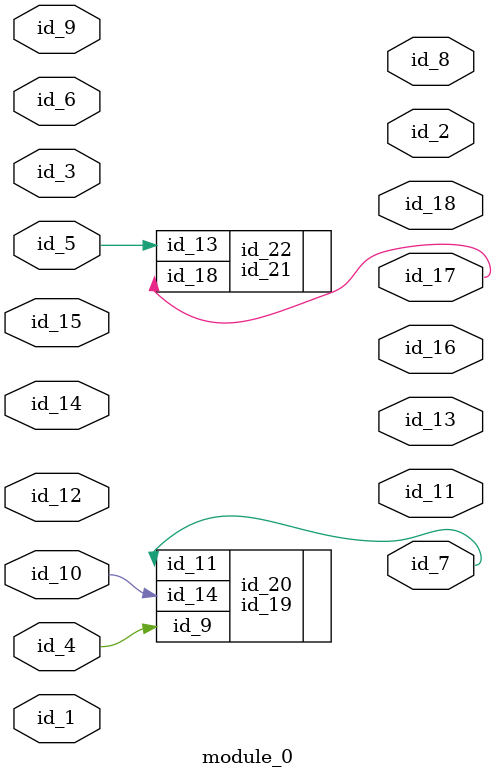
<source format=v>
module module_0 (
    id_1,
    id_2,
    id_3,
    id_4,
    id_5,
    id_6,
    id_7,
    id_8,
    id_9,
    id_10,
    id_11,
    id_12,
    id_13,
    id_14,
    id_15,
    id_16,
    id_17,
    id_18
);
  output id_18;
  output id_17;
  output id_16;
  input id_15;
  input id_14;
  output id_13;
  input id_12;
  output id_11;
  input id_10;
  input id_9;
  output id_8;
  output id_7;
  input id_6;
  input id_5;
  input id_4;
  input id_3;
  output id_2;
  input id_1;
  id_19 id_20 (
      .id_14(id_10),
      .id_9 (id_4),
      .id_11(id_7)
  );
  id_21 id_22 (
      .id_18(id_10),
      .id_18(id_17),
      .id_13(id_5)
  );
  id_23 id_24 (
      .id_16(id_18[id_9]),
      .id_4 (id_12),
      .id_22(id_14)
  );
endmodule

</source>
